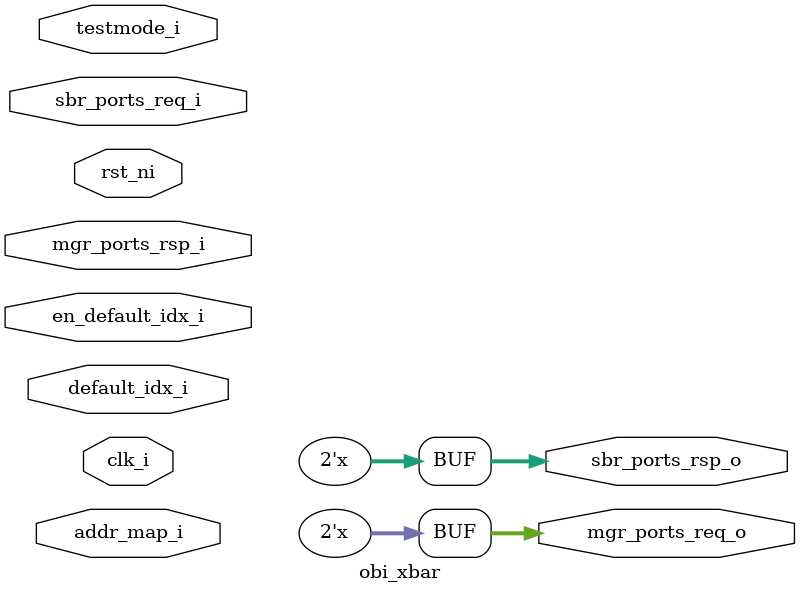
<source format=v>
/* Generated by Yosys 0.51 (git sha1 c4b519022, g++ 13.3.0-6ubuntu2~24.04 -fPIC -O3) */

/* top =  1  */
/* src = "../rtl/obi/obi_xbar.sv:8.8" */
module obi_xbar(clk_i, rst_ni, testmode_i, sbr_ports_req_i, sbr_ports_rsp_o, mgr_ports_req_o, mgr_ports_rsp_i, addr_map_i, en_default_idx_i, default_idx_i);
  /* src = "../rtl/obi/obi_xbar.sv:50.47" */
  input [1:0] addr_map_i;
  wire [1:0] addr_map_i;
  /* src = "../rtl/obi/obi_xbar.sv:40.16" */
  input clk_i;
  wire clk_i;
  /* src = "../rtl/obi/obi_xbar.sv:52.75" */
  input [1:0] default_idx_i;
  wire [1:0] default_idx_i;
  /* src = "../rtl/obi/obi_xbar.sv:51.47" */
  input [1:0] en_default_idx_i;
  wire [1:0] en_default_idx_i;
  /* src = "../rtl/obi/obi_xbar.sv:47.47" */
  output [1:0] mgr_ports_req_o;
  wire [1:0] mgr_ports_req_o;
  /* src = "../rtl/obi/obi_xbar.sv:48.47" */
  input [1:0] mgr_ports_rsp_i;
  wire [1:0] mgr_ports_rsp_i;
  /* src = "../rtl/obi/obi_xbar.sv:41.16" */
  input rst_ni;
  wire rst_ni;
  /* src = "../rtl/obi/obi_xbar.sv:44.47" */
  input [1:0] sbr_ports_req_i;
  wire [1:0] sbr_ports_req_i;
  /* src = "../rtl/obi/obi_xbar.sv:45.47" */
  output [1:0] sbr_ports_rsp_o;
  wire [1:0] sbr_ports_rsp_o;
  /* src = "../rtl/obi/obi_xbar.sv:42.16" */
  input testmode_i;
  wire testmode_i;
  assign mgr_ports_req_o = 2'hx;
  assign sbr_ports_rsp_o = 2'hx;
endmodule

</source>
